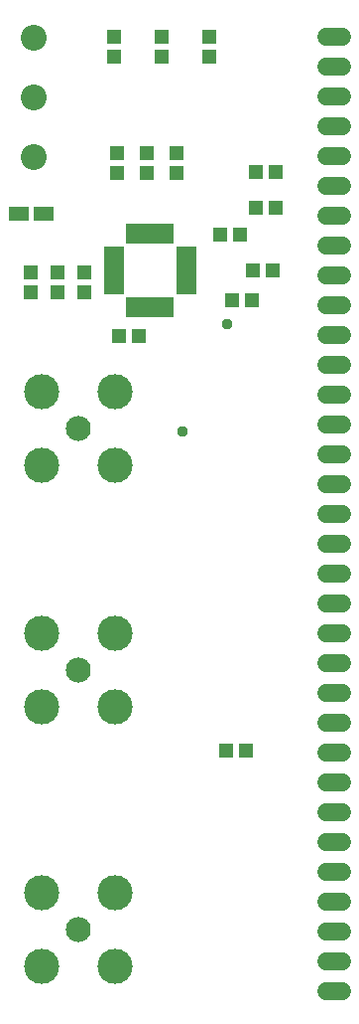
<source format=gbr>
G04 EAGLE Gerber RS-274X export*
G75*
%MOMM*%
%FSLAX34Y34*%
%LPD*%
%INSoldermask Bottom*%
%IPPOS*%
%AMOC8*
5,1,8,0,0,1.08239X$1,22.5*%
G01*
%ADD10R,1.203200X1.303200*%
%ADD11R,1.303200X1.203200*%
%ADD12R,0.503200X1.803200*%
%ADD13R,1.803200X0.503200*%
%ADD14R,1.703200X1.203200*%
%ADD15C,1.511200*%
%ADD16C,2.203200*%
%ADD17C,3.003200*%
%ADD18C,2.133600*%
%ADD19C,0.959600*%


D10*
X198120Y832240D03*
X198120Y849240D03*
D11*
X138040Y594360D03*
X121040Y594360D03*
D10*
X157480Y832240D03*
X157480Y849240D03*
D12*
X129820Y681240D03*
X134820Y681240D03*
X139820Y681240D03*
X144820Y681240D03*
X149820Y681240D03*
X154820Y681240D03*
X159820Y681240D03*
X164820Y681240D03*
D13*
X178320Y667740D03*
X178320Y662740D03*
X178320Y657740D03*
X178320Y652740D03*
X178320Y647740D03*
X178320Y642740D03*
X178320Y637740D03*
X178320Y632740D03*
D12*
X164820Y619240D03*
X159820Y619240D03*
X154820Y619240D03*
X149820Y619240D03*
X144820Y619240D03*
X139820Y619240D03*
X134820Y619240D03*
X129820Y619240D03*
D13*
X116320Y632740D03*
X116320Y637740D03*
X116320Y642740D03*
X116320Y647740D03*
X116320Y652740D03*
X116320Y657740D03*
X116320Y662740D03*
X116320Y667740D03*
D11*
X116840Y849240D03*
X116840Y832240D03*
D14*
X56245Y698500D03*
X35195Y698500D03*
D10*
X237880Y734060D03*
X254880Y734060D03*
X212480Y241300D03*
X229480Y241300D03*
X237880Y703580D03*
X254880Y703580D03*
X207400Y680720D03*
X224400Y680720D03*
X217560Y624840D03*
X234560Y624840D03*
X235340Y650240D03*
X252340Y650240D03*
D15*
X298260Y849630D02*
X311340Y849630D01*
X311340Y824230D02*
X298260Y824230D01*
X298260Y798830D02*
X311340Y798830D01*
X311340Y773430D02*
X298260Y773430D01*
X298260Y748030D02*
X311340Y748030D01*
X311340Y722630D02*
X298260Y722630D01*
X298260Y697230D02*
X311340Y697230D01*
X311340Y671830D02*
X298260Y671830D01*
X298260Y646430D02*
X311340Y646430D01*
X311340Y621030D02*
X298260Y621030D01*
X298260Y595630D02*
X311340Y595630D01*
X311340Y570230D02*
X298260Y570230D01*
X298260Y544830D02*
X311340Y544830D01*
X311340Y519430D02*
X298260Y519430D01*
X298260Y494030D02*
X311340Y494030D01*
X311340Y468630D02*
X298260Y468630D01*
X298260Y443230D02*
X311340Y443230D01*
X311340Y417830D02*
X298260Y417830D01*
X298260Y392430D02*
X311340Y392430D01*
X311340Y367030D02*
X298260Y367030D01*
X298260Y341630D02*
X311340Y341630D01*
X311340Y316230D02*
X298260Y316230D01*
X298260Y290830D02*
X311340Y290830D01*
X311340Y265430D02*
X298260Y265430D01*
X298260Y240030D02*
X311340Y240030D01*
X311340Y214630D02*
X298260Y214630D01*
X298260Y189230D02*
X311340Y189230D01*
X311340Y163830D02*
X298260Y163830D01*
X298260Y138430D02*
X311340Y138430D01*
X311340Y113030D02*
X298260Y113030D01*
X298260Y87630D02*
X311340Y87630D01*
X311340Y62230D02*
X298260Y62230D01*
X298260Y36830D02*
X311340Y36830D01*
D16*
X48510Y848571D03*
X48510Y797771D03*
X48510Y746971D03*
D17*
X55060Y120200D03*
X117660Y120200D03*
X55060Y57600D03*
X117660Y57600D03*
D18*
X86360Y88900D03*
D17*
X55060Y341180D03*
X117660Y341180D03*
X55060Y278580D03*
X117660Y278580D03*
D18*
X86360Y309880D03*
D17*
X55060Y546920D03*
X117660Y546920D03*
X55060Y484320D03*
X117660Y484320D03*
D18*
X86360Y515620D03*
D11*
X170180Y750180D03*
X170180Y733180D03*
X144780Y750180D03*
X144780Y733180D03*
X119380Y750180D03*
X119380Y733180D03*
X45720Y631580D03*
X45720Y648580D03*
X68580Y631580D03*
X68580Y648580D03*
X91440Y631580D03*
X91440Y648580D03*
D19*
X175260Y513080D03*
X213360Y604520D03*
M02*

</source>
